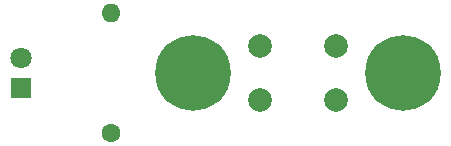
<source format=gbr>
%TF.GenerationSoftware,KiCad,Pcbnew,(7.0.0)*%
%TF.CreationDate,2023-02-26T22:34:47+01:00*%
%TF.ProjectId,Prj_1_LED_torch,50726a5f-315f-44c4-9544-5f746f726368,0.1*%
%TF.SameCoordinates,Original*%
%TF.FileFunction,Soldermask,Bot*%
%TF.FilePolarity,Negative*%
%FSLAX46Y46*%
G04 Gerber Fmt 4.6, Leading zero omitted, Abs format (unit mm)*
G04 Created by KiCad (PCBNEW (7.0.0)) date 2023-02-26 22:34:47*
%MOMM*%
%LPD*%
G01*
G04 APERTURE LIST*
%ADD10C,6.400000*%
%ADD11C,2.000000*%
%ADD12R,1.800000X1.800000*%
%ADD13C,1.800000*%
%ADD14C,1.600000*%
%ADD15O,1.600000X1.600000*%
G04 APERTURE END LIST*
D10*
%TO.C,MH_1*%
X123190000Y-146050000D03*
%TD*%
%TO.C,MH_2*%
X140970000Y-146050000D03*
%TD*%
D11*
%TO.C,SW1*%
X128830000Y-143800000D03*
X135330000Y-143800000D03*
X128830000Y-148300000D03*
X135330000Y-148300000D03*
%TD*%
D12*
%TO.C,D1*%
X108659999Y-147319999D03*
D13*
X108660000Y-144780000D03*
%TD*%
D14*
%TO.C,R1*%
X116280000Y-151130000D03*
D15*
X116279999Y-140969999D03*
%TD*%
M02*

</source>
